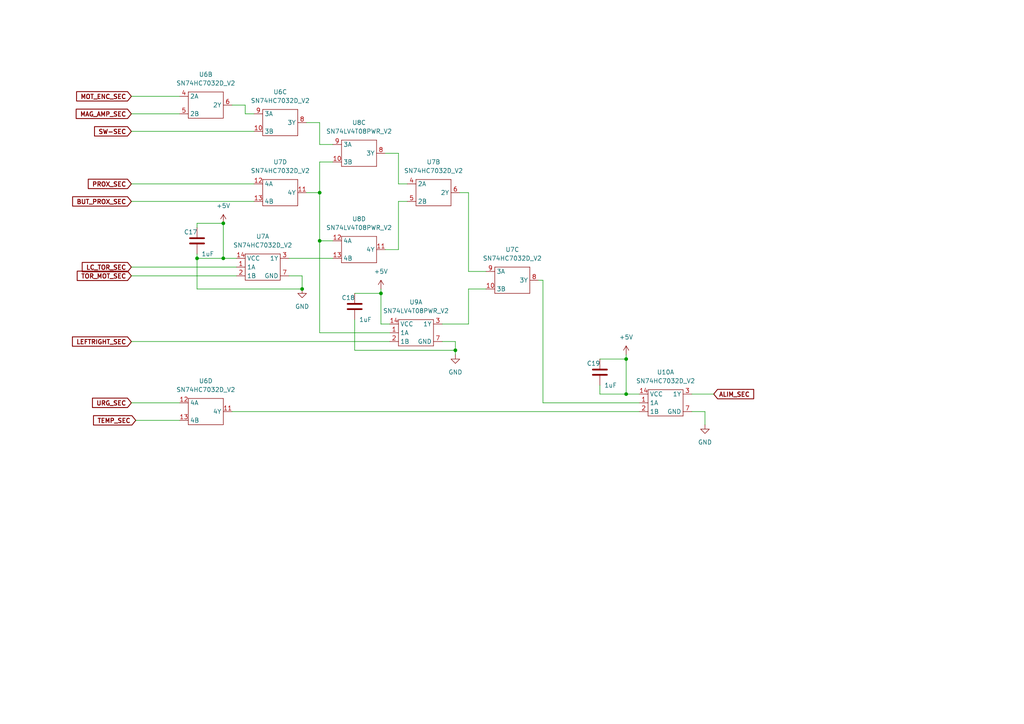
<source format=kicad_sch>
(kicad_sch (version 20211123) (generator eeschema)
  (paper "A4")
  (lib_symbols
    (symbol "Device:C" (pin_numbers hide) (pin_names (offset 0.254))
      (property "Reference" "C" (at 0.635 2.54 0))
      (property "Value" "C" (at 0.635 -2.54 0))
      (symbol "C_0_1"
        (polyline (pts (xy -2.032 -0.762) (xy 2.032 -0.762)) (stroke (width 0.508)))
        (polyline (pts (xy -2.032 0.762) (xy 2.032 0.762)) (stroke (width 0.508)))
      )
      (symbol "C_1_1"
        (pin passive line (at 0 3.81 270) (length 2.794) (name "~") (number "1"))
        (pin passive line (at 0 -3.81 90) (length 2.794) (name "~") (number "2"))
      )
    )
    (symbol "SymLib:SN74HC7032D_V2"
      (property "Reference" "U" (at -3.81 5.08 0))
      (property "Value" "SN74HC7032D_V2" (at 1.27 -5.08 0))
      (symbol "SN74HC7032D_V2_0_1"
        (rectangle (start -5.08 -3.81) (end 5.08 -3.81))
        (rectangle (start -5.08 3.81) (end -5.08 -3.81))
        (rectangle (start -5.08 3.81) (end 5.08 3.81))
        (rectangle (start 5.08 3.81) (end 5.08 -3.81))
      )
      (symbol "SN74HC7032D_V2_1_1"
        (pin input line (at -7.62 0 0) (length 2.54) (name "1A") (number "1"))
        (pin power_in line (at -7.62 2.54 0) (length 2.54) (name "VCC") (number "14"))
        (pin input line (at -7.62 -2.54 0) (length 2.54) (name "1B") (number "2"))
        (pin output line (at 7.62 2.54 180) (length 2.54) (name "1Y") (number "3"))
        (pin power_in line (at 7.62 -2.54 180) (length 2.54) (name "GND") (number "7"))
      )
      (symbol "SN74HC7032D_V2_2_1"
        (pin input line (at -7.62 2.54 0) (length 2.54) (name "2A") (number "4"))
        (pin input line (at -7.62 -2.54 0) (length 2.54) (name "2B") (number "5"))
        (pin output line (at 7.62 0 180) (length 2.54) (name "2Y") (number "6"))
      )
      (symbol "SN74HC7032D_V2_3_1"
        (pin input line (at -7.62 -2.54 0) (length 2.54) (name "3B") (number "10"))
        (pin output line (at 7.62 0 180) (length 2.54) (name "3Y") (number "8"))
        (pin input line (at -7.62 2.54 0) (length 2.54) (name "3A") (number "9"))
      )
      (symbol "SN74HC7032D_V2_4_1"
        (pin output line (at 7.62 0 180) (length 2.54) (name "4Y") (number "11"))
        (pin input line (at -7.62 2.54 0) (length 2.54) (name "4A") (number "12"))
        (pin input line (at -7.62 -2.54 0) (length 2.54) (name "4B") (number "13"))
      )
    )
    (symbol "SymLib:SN74LV4T08PWR_V2"
      (property "Reference" "U" (at -3.81 5.08 0))
      (property "Value" "SN74LV4T08PWR_V2" (at 0 -5.08 0))
      (symbol "SN74LV4T08PWR_V2_0_1"
        (rectangle (start -5.08 -3.81) (end 5.08 -3.81))
        (rectangle (start -5.08 3.81) (end -5.08 -3.81))
        (rectangle (start -5.08 3.81) (end 5.08 3.81))
        (rectangle (start 5.08 3.81) (end 5.08 -3.81))
      )
      (symbol "SN74LV4T08PWR_V2_1_1"
        (pin input line (at -7.62 0 0) (length 2.54) (name "1A") (number "1"))
        (pin power_in line (at -7.62 2.54 0) (length 2.54) (name "VCC") (number "14"))
        (pin input line (at -7.62 -2.54 0) (length 2.54) (name "1B") (number "2"))
        (pin output line (at 7.62 2.54 180) (length 2.54) (name "1Y") (number "3"))
        (pin power_in line (at 7.62 -2.54 180) (length 2.54) (name "GND") (number "7"))
      )
      (symbol "SN74LV4T08PWR_V2_2_1"
        (pin input line (at -7.62 2.54 0) (length 2.54) (name "2A") (number "4"))
        (pin input line (at -7.62 -2.54 0) (length 2.54) (name "2B") (number "5"))
        (pin output line (at 7.62 0 180) (length 2.54) (name "2Y") (number "6"))
      )
      (symbol "SN74LV4T08PWR_V2_3_1"
        (pin input line (at -7.62 -2.54 0) (length 2.54) (name "3B") (number "10"))
        (pin output line (at 7.62 0 180) (length 2.54) (name "3Y") (number "8"))
        (pin input line (at -7.62 2.54 0) (length 2.54) (name "3A") (number "9"))
      )
      (symbol "SN74LV4T08PWR_V2_4_1"
        (pin output line (at 7.62 0 180) (length 2.54) (name "4Y") (number "11"))
        (pin input line (at -7.62 2.54 0) (length 2.54) (name "4A") (number "12"))
        (pin input line (at -7.62 -2.54 0) (length 2.54) (name "4B") (number "13"))
      )
    )
    (symbol "power:+5V" (power) (pin_names (offset 0))
      (property "Value" "+5V" (at 0 3.556 0))
      (symbol "+5V_0_1"
        (polyline (pts (xy -0.762 1.27) (xy 0 2.54)))
        (polyline (pts (xy 0 0) (xy 0 2.54)))
        (polyline (pts (xy 0 2.54) (xy 0.762 1.27)))
      )
      (symbol "+5V_1_1"
        (pin power_in line (at 0 0 90) (length 0) hide (name "+5V") (number "1"))
      )
    )
    (symbol "power:GND" (power) (pin_names (offset 0))
      (property "Value" "GND" (at 0 -3.81 0))
      (symbol "GND_0_1"
        (polyline (pts (xy 0 0) (xy 0 -1.27) (xy 1.27 -1.27) (xy 0 -2.54) (xy -1.27 -1.27) (xy 0 -1.27)))
      )
      (symbol "GND_1_1"
        (pin power_in line (at 0 0 270) (length 0) hide (name "GND") (number "1"))
      )
    )
  )
  (junction (at 87.63 83.82))
  (junction (at 92.71 55.88))
  (junction (at 64.77 64.77))
  (junction (at 132.08 101.6))
  (junction (at 110.49 85.09))
  (junction (at 181.61 114.3))
  (junction (at 181.61 104.14))
  (junction (at 92.71 69.85))
  (junction (at 64.77 74.93))
  (junction (at 57.15 74.93))
  (wire (pts (xy 67.31 30.48) (xy 71.12 30.48)))
  (wire (pts (xy 96.52 46.99) (xy 92.71 46.99)))
  (wire (pts (xy 57.15 74.93) (xy 64.77 74.93)))
  (wire (pts (xy 38.1 27.94) (xy 52.07 27.94)))
  (wire (pts (xy 156.21 81.28) (xy 157.48 81.28)))
  (wire (pts (xy 57.15 64.77) (xy 64.77 64.77)))
  (wire (pts (xy 38.1 33.02) (xy 52.07 33.02)))
  (wire (pts (xy 102.87 85.09) (xy 110.49 85.09)))
  (wire (pts (xy 38.1 53.34) (xy 73.66 53.34)))
  (wire (pts (xy 71.12 33.02) (xy 73.66 33.02)))
  (wire (pts (xy 57.15 73.66) (xy 57.15 74.93)))
  (wire (pts (xy 92.71 41.91) (xy 96.52 41.91)))
  (wire (pts (xy 38.1 58.42) (xy 73.66 58.42)))
  (wire (pts (xy 57.15 66.04) (xy 57.15 64.77)))
  (wire (pts (xy 38.1 99.06) (xy 113.03 99.06)))
  (wire (pts (xy 67.31 119.38) (xy 185.42 119.38)))
  (wire (pts (xy 157.48 116.84) (xy 185.42 116.84)))
  (wire (pts (xy 38.1 80.01) (xy 68.58 80.01)))
  (wire (pts (xy 132.08 101.6) (xy 132.08 102.87)))
  (wire (pts (xy 111.76 72.39) (xy 115.57 72.39)))
  (wire (pts (xy 88.9 35.56) (xy 92.71 35.56)))
  (wire (pts (xy 102.87 101.6) (xy 132.08 101.6)))
  (wire (pts (xy 181.61 104.14) (xy 181.61 102.87)))
  (wire (pts (xy 71.12 30.48) (xy 71.12 33.02)))
  (wire (pts (xy 135.89 78.74) (xy 140.97 78.74)))
  (wire (pts (xy 110.49 85.09) (xy 110.49 93.98)))
  (wire (pts (xy 185.42 114.3) (xy 181.61 114.3)))
  (wire (pts (xy 92.71 69.85) (xy 96.52 69.85)))
  (wire (pts (xy 173.99 114.3) (xy 181.61 114.3)))
  (wire (pts (xy 64.77 74.93) (xy 64.77 64.77)))
  (wire (pts (xy 83.82 80.01) (xy 87.63 80.01)))
  (wire (pts (xy 200.66 119.38) (xy 204.47 119.38)))
  (wire (pts (xy 118.11 53.34) (xy 115.57 53.34)))
  (wire (pts (xy 92.71 46.99) (xy 92.71 55.88)))
  (wire (pts (xy 115.57 53.34) (xy 115.57 44.45)))
  (wire (pts (xy 92.71 35.56) (xy 92.71 41.91)))
  (wire (pts (xy 135.89 93.98) (xy 128.27 93.98)))
  (wire (pts (xy 57.15 83.82) (xy 87.63 83.82)))
  (wire (pts (xy 200.66 114.3) (xy 207.01 114.3)))
  (wire (pts (xy 115.57 58.42) (xy 118.11 58.42)))
  (wire (pts (xy 157.48 81.28) (xy 157.48 116.84)))
  (wire (pts (xy 57.15 74.93) (xy 57.15 83.82)))
  (wire (pts (xy 133.35 55.88) (xy 135.89 55.88)))
  (wire (pts (xy 173.99 111.76) (xy 173.99 114.3)))
  (wire (pts (xy 83.82 74.93) (xy 96.52 74.93)))
  (wire (pts (xy 140.97 83.82) (xy 135.89 83.82)))
  (wire (pts (xy 181.61 114.3) (xy 181.61 104.14)))
  (wire (pts (xy 115.57 44.45) (xy 111.76 44.45)))
  (wire (pts (xy 135.89 83.82) (xy 135.89 93.98)))
  (wire (pts (xy 92.71 69.85) (xy 92.71 96.52)))
  (wire (pts (xy 92.71 55.88) (xy 92.71 69.85)))
  (wire (pts (xy 87.63 80.01) (xy 87.63 83.82)))
  (wire (pts (xy 115.57 72.39) (xy 115.57 58.42)))
  (wire (pts (xy 204.47 119.38) (xy 204.47 123.19)))
  (wire (pts (xy 68.58 74.93) (xy 64.77 74.93)))
  (wire (pts (xy 38.1 116.84) (xy 52.07 116.84)))
  (wire (pts (xy 92.71 96.52) (xy 113.03 96.52)))
  (wire (pts (xy 73.66 38.1) (xy 38.1 38.1)))
  (wire (pts (xy 102.87 92.71) (xy 102.87 101.6)))
  (wire (pts (xy 110.49 83.82) (xy 110.49 85.09)))
  (wire (pts (xy 173.99 104.14) (xy 181.61 104.14)))
  (wire (pts (xy 135.89 55.88) (xy 135.89 78.74)))
  (wire (pts (xy 128.27 99.06) (xy 132.08 99.06)))
  (wire (pts (xy 113.03 93.98) (xy 110.49 93.98)))
  (wire (pts (xy 132.08 99.06) (xy 132.08 101.6)))
  (wire (pts (xy 38.1 77.47) (xy 68.58 77.47)))
  (wire (pts (xy 92.71 55.88) (xy 88.9 55.88)))
  (wire (pts (xy 39.37 121.92) (xy 52.07 121.92)))
  (global_label "TEMP_SEC" (shape input) (at 39.37 121.92 180) (effects (font bold)) (property "Intersheet References" "${INTERSHEET_REFS}" (effects hide)))
  (global_label "MAG_AMP_SEC" (shape input) (at 38.1 33.02 180) (effects (font bold)) (property "Intersheet References" "${INTERSHEET_REFS}" (effects hide)))
  (global_label "PROX_SEC" (shape input) (at 38.1 53.34 180) (effects (font (thickness 0.254) bold)) (property "Intersheet References" "${INTERSHEET_REFS}" (effects hide)))
  (global_label "URG_SEC" (shape input) (at 38.1 116.84 180) (effects (font (thickness 0.254) bold)) (property "Intersheet References" "${INTERSHEET_REFS}" (effects hide)))
  (global_label "LC_TOR_SEC" (shape input) (at 38.1 77.47 180) (effects (font bold)) (property "Intersheet References" "${INTERSHEET_REFS}" (effects hide)))
  (global_label "BUT_PROX_SEC" (shape input) (at 38.1 58.42 180) (effects (font (thickness 0.254) bold)) (property "Intersheet References" "${INTERSHEET_REFS}" (effects hide)))
  (global_label "MOT_ENC_SEC" (shape input) (at 38.1 27.94 180) (effects (font bold)) (property "Intersheet References" "${INTERSHEET_REFS}" (effects hide)))
  (global_label "TOR_MOT_SEC" (shape input) (at 38.1 80.01 180) (effects (font bold)) (property "Intersheet References" "${INTERSHEET_REFS}" (effects hide)))
  (global_label "ALIM_SEC" (shape input) (at 207.01 114.3 0) (effects (font (thickness 0.254) bold)) (property "Intersheet References" "${INTERSHEET_REFS}" (effects hide)))
  (global_label "SW-SEC" (shape input) (at 38.1 38.1 180) (effects (font (thickness 0.254) bold)) (property "Intersheet References" "${INTERSHEET_REFS}" (effects hide)))
  (global_label "LEFTRIGHT_SEC" (shape input) (at 38.1 99.06 180) (effects (font (thickness 0.254) bold)) (property "Intersheet References" "${INTERSHEET_REFS}" (effects hide)))
  (symbol (lib_id "Device:C") (at 102.87 88.9 0) (unit 1)
    (property "Reference" "C18" (at 99.06 86.36 0) (effects (justify left)))
    (property "Value" "1uF" (at 104.14 92.71 0) (effects (justify left)))
    (property "Footprint" "Capacitor_SMD:C_0603_1608Metric" (effects hide))
  )
  (symbol (lib_id "SymLib:SN74HC7032D_V2") (at 59.69 30.48 0) (unit 2)
    (property "Reference" "U6" (at 59.69 21.59 0))
    (property "Value" "SN74HC7032D_V2" (at 59.69 24.13 0))
    (property "Footprint" "FootPrint:SN74HC7032D" (effects hide))
  )
  (symbol (lib_id "Device:C") (at 57.15 69.85 0) (unit 1)
    (property "Reference" "C17" (at 53.34 67.31 0) (effects (justify left)))
    (property "Value" "1uF" (at 58.42 73.66 0) (effects (justify left)))
    (property "Footprint" "Capacitor_SMD:C_0603_1608Metric" (effects hide))
  )
  (symbol (lib_id "SymLib:SN74HC7032D_V2") (at 148.59 81.28 0) (unit 3)
    (property "Reference" "U7" (at 148.59 72.39 0))
    (property "Value" "SN74HC7032D_V2" (at 148.59 74.93 0))
    (property "Footprint" "FootPrint:SN74HC7032D" (effects hide))
  )
  (symbol (lib_id "SymLib:SN74HC7032D_V2") (at 193.04 116.84 0) (unit 1)
    (property "Reference" "U10" (at 193.04 107.95 0))
    (property "Value" "SN74HC7032D_V2" (at 193.04 110.49 0))
    (property "Footprint" "FootPrint:SN74HC7032D" (effects hide))
  )
  (symbol (lib_id "SymLib:SN74LV4T08PWR_V2") (at 104.14 44.45 0) (unit 3)
    (property "Reference" "U8" (at 104.14 35.56 0))
    (property "Value" "SN74LV4T08PWR_V2" (at 104.14 38.1 0))
    (property "Footprint" "FootPrint:SN74LV4T08PWR" (effects hide))
  )
  (symbol (lib_id "power:+5V") (at 181.61 102.87 0) (unit 1)
    (property "Reference" "#PWR038" (effects hide))
    (property "Value" "+5V" (at 181.61 97.79 0))
  )
  (symbol (lib_id "Device:C") (at 173.99 107.95 0) (unit 1)
    (property "Reference" "C19" (at 170.18 105.41 0) (effects (justify left)))
    (property "Value" "1uF" (at 175.26 111.76 0) (effects (justify left)))
    (property "Footprint" "Capacitor_SMD:C_0603_1608Metric" (effects hide))
  )
  (symbol (lib_id "power:GND") (at 204.47 123.19 0) (unit 1)
    (property "Reference" "#PWR039" (effects hide))
    (property "Value" "GND" (at 204.47 128.27 0))
  )
  (symbol (lib_id "power:GND") (at 132.08 102.87 0) (unit 1)
    (property "Reference" "#PWR037" (effects hide))
    (property "Value" "GND" (at 132.08 107.95 0))
  )
  (symbol (lib_id "power:+5V") (at 110.49 83.82 0) (unit 1)
    (property "Reference" "#PWR036" (effects hide))
    (property "Value" "+5V" (at 110.49 78.74 0))
  )
  (symbol (lib_id "power:GND") (at 87.63 83.82 0) (unit 1)
    (property "Reference" "#PWR035" (effects hide))
    (property "Value" "GND" (at 87.63 88.9 0))
  )
  (symbol (lib_id "SymLib:SN74HC7032D_V2") (at 125.73 55.88 0) (unit 2)
    (property "Reference" "U7" (at 125.73 46.99 0))
    (property "Value" "SN74HC7032D_V2" (at 125.73 49.53 0))
    (property "Footprint" "FootPrint:SN74HC7032D" (effects hide))
  )
  (symbol (lib_id "SymLib:SN74LV4T08PWR_V2") (at 120.65 96.52 0) (unit 1)
    (property "Reference" "U9" (at 120.65 87.63 0))
    (property "Value" "SN74LV4T08PWR_V2" (at 120.65 90.17 0))
    (property "Footprint" "FootPrint:SN74LV4T08PWR" (effects hide))
  )
  (symbol (lib_id "SymLib:SN74HC7032D_V2") (at 81.28 55.88 0) (unit 4)
    (property "Reference" "U7" (at 81.28 46.99 0))
    (property "Value" "SN74HC7032D_V2" (at 81.28 49.53 0))
    (property "Footprint" "FootPrint:SN74HC7032D" (effects hide))
  )
  (symbol (lib_id "SymLib:SN74HC7032D_V2") (at 76.2 77.47 0) (unit 1)
    (property "Reference" "U7" (at 76.2 68.58 0))
    (property "Value" "SN74HC7032D_V2" (at 76.2 71.12 0))
    (property "Footprint" "FootPrint:SN74HC7032D" (effects hide))
  )
  (symbol (lib_id "SymLib:SN74HC7032D_V2") (at 81.28 35.56 0) (unit 3)
    (property "Reference" "U6" (at 81.28 26.67 0))
    (property "Value" "SN74HC7032D_V2" (at 81.28 29.21 0))
    (property "Footprint" "FootPrint:SN74HC7032D" (effects hide))
  )
  (symbol (lib_id "SymLib:SN74HC7032D_V2") (at 59.69 119.38 0) (unit 4)
    (property "Reference" "U6" (at 59.69 110.49 0))
    (property "Value" "SN74HC7032D_V2" (at 59.69 113.03 0))
    (property "Footprint" "FootPrint:SN74HC7032D" (effects hide))
  )
  (symbol (lib_id "SymLib:SN74LV4T08PWR_V2") (at 104.14 72.39 0) (unit 4)
    (property "Reference" "U8" (at 104.14 63.5 0))
    (property "Value" "SN74LV4T08PWR_V2" (at 104.14 66.04 0))
    (property "Footprint" "FootPrint:SN74LV4T08PWR" (effects hide))
  )
  (symbol (lib_id "power:+5V") (at 64.77 64.77 0) (unit 1)
    (property "Reference" "#PWR034" (effects hide))
    (property "Value" "+5V" (at 64.77 59.69 0))
  )
)
</source>
